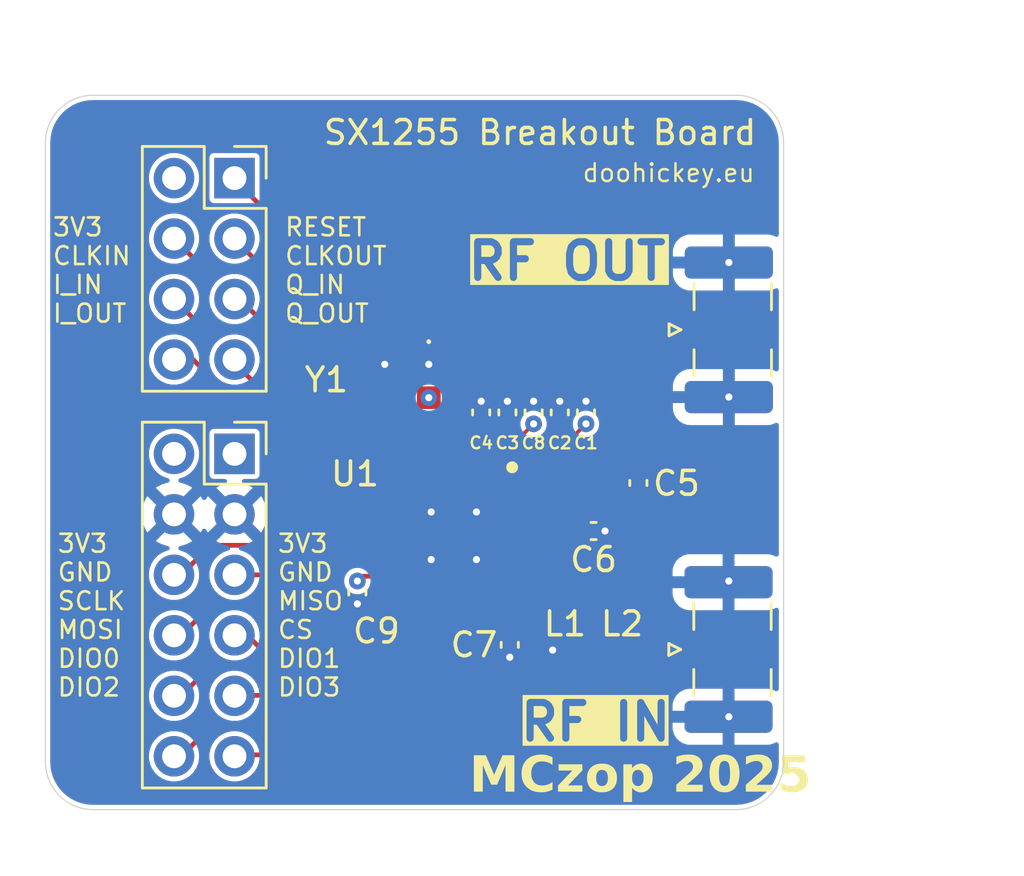
<source format=kicad_pcb>
(kicad_pcb (version 20241229) (generator "pcbnew") (generator_version "9.0")
  (layers (0 "F.Cu" signal) (4 "In1.Cu" signal) (6 "In2.Cu" signal) (8 "In3.Cu" signal) (10 "In4.Cu" signal) (2 "B.Cu" signal) (13 "F.Paste" user) (15 "B.Paste" user) (5 "F.SilkS" user "F.Silkscreen") (7 "B.SilkS" user "B.Silkscreen") (1 "F.Mask" user) (3 "B.Mask" user) (25 "Edge.Cuts" user))
  (net 0 "")
  (net 1 "Net-(U1-RFO_N)")
  (net 2 "Net-(J2-In)")
  (net 3 "/CLK_OUT")
  (net 4 "/I_OUT")
  (net 5 "Net-(U1-RFO_P)")
  (net 6 "Net-(U1-VR_DIG)")
  (net 7 "/SCLK")
  (net 9 "/CLK_IN")
  (net 10 "+3V3")
  (net 11 "/Q_IN")
  (net 12 "Net-(U1-VR_ANA2)")
  (net 13 "GND")
  (net 14 "/CS")
  (net 15 "/DIO1")
  (net 16 "/MOSI")
  (net 17 "/Q_OUT")
  (net 18 "/DIO0")
  (net 19 "/RESET")
  (net 20 "/DIO3")
  (net 21 "/MISO")
  (net 22 "Net-(U1-VR_ANAI)")
  (net 23 "Net-(U1-VR_PA)")
  (net 24 "/I_IN")
  (net 25 "/DIO2")
  (net 26 "/XO")
  (net 27 "Net-(J1-In)")
  (net 28 "Net-(U1-RFI)")
  (footprint "Connector_Coaxial:SMA_Samtec_SMA-J-P-H-ST-EM1_EdgeMount" (layer "F.Cu") (at 197.9375 103.275)
    (property "Reference" "J2" (hide yes))
    (property "Value" "SMA RF IN")
    (fp_line (start -2.76 -0.25) (end -2.76 0.25) (stroke (width 0.12)) (layer "F.SilkS"))
    (fp_line (start -2.76 0.25) (end -2.26 0) (stroke (width 0.12)) (layer "F.SilkS"))
    (fp_line (start -2.26 0) (end -2.76 -0.25) (stroke (width 0.12)) (layer "F.SilkS"))
    (fp_line (start -1.71 -0.84) (end -1.71 -1.95) (stroke (width 0.12)) (layer "F.SilkS"))
    (fp_line (start -1.71 1.95) (end -1.71 0.84) (stroke (width 0.12)) (layer "F.SilkS"))
    (fp_line (start 1.54 -0.84) (end 1.54 -1.95) (stroke (width 0.12)) (layer "F.SilkS"))
    (fp_line (start 1.54 1.95) (end 1.54 0.84) (stroke (width 0.12)) (layer "F.SilkS"))
    (pad "1" smd roundrect (at 0 0 90) (size 1.27 3.2) (layers "F.Cu" "F.Mask") (roundrect_rratio 0.1968503937) (net 2 "Net-(J2-In)"))
    (pad "2" smd roundrect (at -0.25 -2.825 90) (size 1.35 3.7) (layers "F.Cu" "F.Mask") (roundrect_rratio 0.1851851852) (net 13 "GND"))
    (pad "2" smd roundrect (at -0.25 -2.825 90) (size 1.35 3.7) (layers "B.Cu" "B.Mask") (roundrect_rratio 0.1851851852) (net 13 "GND"))
    (pad "2" smd roundrect (at -0.25 2.825 90) (size 1.35 3.7) (layers "F.Cu" "F.Mask") (roundrect_rratio 0.1851851852) (net 13 "GND"))
    (pad "2" smd roundrect (at -0.25 2.825 90) (size 1.35 3.7) (layers "B.Cu" "B.Mask") (roundrect_rratio 0.1851851852) (net 13 "GND"))
  )
  (footprint "Capacitor_SMD:C_0402_1005Metric" (layer "F.Cu") (at 190.6 93.32 -90)
    (property "Reference" "C2" (hide yes))
    (property "Value" "100n")
    (fp_line (start -0.107836 0.36) (end 0.107836 0.36) (stroke (width 0.12)) (layer "F.SilkS"))
    (fp_line (start -0.107836 -0.36) (end 0.107836 -0.36) (stroke (width 0.12)) (layer "F.SilkS"))
    (pad "1" smd roundrect (at -0.48 0 270) (size 0.56 0.62) (layers "F.Cu" "F.Mask" "F.Paste") (net 13 "GND"))
    (pad "2" smd roundrect (at 0.48 0 270) (size 0.56 0.62) (layers "F.Cu" "F.Mask" "F.Paste") (net 23 "Net-(U1-VR_PA)"))
  )
  (footprint "Capacitor_SMD:C_0402_1005Metric" (layer "F.Cu") (at 193.9 96.28 90)
    (property "Reference" "C5" (at -0.02 1.6 180) (layer "F.SilkS"))
    (property "Value" "33p")
    (fp_line (start -0.107836 -0.36) (end 0.107836 -0.36) (stroke (width 0.12)) (layer "F.SilkS"))
    (fp_line (start -0.107836 0.36) (end 0.107836 0.36) (stroke (width 0.12)) (layer "F.SilkS"))
    (pad "1" smd roundrect (at -0.48 0 90) (size 0.56 0.62) (layers "F.Cu" "F.Mask" "F.Paste") (net 5 "Net-(U1-RFO_P)"))
    (pad "2" smd roundrect (at 0.48 0 90) (size 0.56 0.62) (layers "F.Cu" "F.Mask" "F.Paste") (net 27 "Net-(J1-In)"))
  )
  (footprint "Capacitor_SMD:C_0402_1005Metric" (layer "F.Cu") (at 182.1 100.88 90)
    (property "Reference" "C9" (at -1.62 0.8 180) (layer "F.SilkS"))
    (property "Value" "100n")
    (fp_line (start -0.107836 -0.36) (end 0.107836 -0.36) (stroke (width 0.12)) (layer "F.SilkS"))
    (fp_line (start -0.107836 0.36) (end 0.107836 0.36) (stroke (width 0.12)) (layer "F.SilkS"))
    (pad "1" smd roundrect (at -0.48 0 90) (size 0.56 0.62) (layers "F.Cu" "F.Mask" "F.Paste") (net 13 "GND"))
    (pad "2" smd roundrect (at 0.48 0 90) (size 0.56 0.62) (layers "F.Cu" "F.Mask" "F.Paste") (net 10 "+3V3"))
  )
  (footprint "Capacitor_SMD:C_0402_1005Metric" (layer "F.Cu") (at 189.5 93.32 -90)
    (property "Reference" "C8" (hide yes))
    (property "Value" "100n")
    (fp_line (start -0.107836 0.36) (end 0.107836 0.36) (stroke (width 0.12)) (layer "F.SilkS"))
    (fp_line (start -0.107836 -0.36) (end 0.107836 -0.36) (stroke (width 0.12)) (layer "F.SilkS"))
    (pad "1" smd roundrect (at -0.48 0 270) (size 0.56 0.62) (layers "F.Cu" "F.Mask" "F.Paste") (net 13 "GND"))
    (pad "2" smd roundrect (at 0.48 0 270) (size 0.56 0.62) (layers "F.Cu" "F.Mask" "F.Paste") (net 10 "+3V3"))
  )
  (footprint "Capacitor_SMD:C_0402_1005Metric" (layer "F.Cu") (at 188.5 103.08 90)
    (property "Reference" "C7" (at 0 -1.5 180) (layer "F.SilkS"))
    (property "Value" "100n")
    (fp_line (start -0.107836 -0.36) (end 0.107836 -0.36) (stroke (width 0.12)) (layer "F.SilkS"))
    (fp_line (start -0.107836 0.36) (end 0.107836 0.36) (stroke (width 0.12)) (layer "F.SilkS"))
    (pad "1" smd roundrect (at -0.48 0 90) (size 0.56 0.62) (layers "F.Cu" "F.Mask" "F.Paste") (net 13 "GND"))
    (pad "2" smd roundrect (at 0.48 0 90) (size 0.56 0.62) (layers "F.Cu" "F.Mask" "F.Paste") (net 12 "Net-(U1-VR_ANA2)"))
  )
  (footprint "SamacSys_Parts:QFN50P500X500X80-33N-D" (layer "F.Cu") (at 186.1 98.5 -90)
    (property "Reference" "U1" (at -2.6 4.1 180) (layer "F.SilkS"))
    (property "Value" "SX1255IWLTRT" (hide yes))
    (fp_circle (center -2.875 -2.5) (end -2.875 -2.375) (stroke (width 0.25)) (fill no) (layer "F.SilkS"))
    (pad "1" smd rect (at -2.45 -1.75) (size 0.3 0.85) (layers "F.Cu" "F.Mask" "F.Paste") (net 23 "Net-(U1-VR_PA)"))
    (pad "2" smd rect (at -2.45 -1.25) (size 0.3 0.85) (layers "F.Cu" "F.Mask" "F.Paste") (net 10 "+3V3"))
    (pad "3" smd rect (at -2.45 -0.75) (size 0.3 0.85) (layers "F.Cu" "F.Mask" "F.Paste") (net 22 "Net-(U1-VR_ANAI)"))
    (pad "4" smd rect (at -2.45 -0.25) (size 0.3 0.85) (layers "F.Cu" "F.Mask" "F.Paste") (net 13 "GND"))
    (pad "5" smd rect (at -2.45 0.25) (size 0.3 0.85) (layers "F.Cu" "F.Mask" "F.Paste") (net 6 "Net-(U1-VR_DIG)"))
    (pad "6" smd rect (at -2.45 0.75) (size 0.3 0.85) (layers "F.Cu" "F.Mask" "F.Paste"))
    (pad "7" smd rect (at -2.45 1.25) (size 0.3 0.85) (layers "F.Cu" "F.Mask" "F.Paste") (net 13 "GND"))
    (pad "8" smd rect (at -2.45 1.75) (size 0.3 0.85) (layers "F.Cu" "F.Mask" "F.Paste") (net 26 "/XO"))
    (pad "9" smd rect (at -1.75 2.45 270) (size 0.3 0.85) (layers "F.Cu" "F.Mask" "F.Paste") (net 19 "/RESET"))
    (pad "10" smd rect (at -1.25 2.45 270) (size 0.3 0.85) (layers "F.Cu" "F.Mask" "F.Paste") (net 3 "/CLK_OUT"))
    (pad "11" smd rect (at -0.75 2.45 270) (size 0.3 0.85) (layers "F.Cu" "F.Mask" "F.Paste") (net 9 "/CLK_IN"))
    (pad "12" smd rect (at -0.25 2.45 270) (size 0.3 0.85) (layers "F.Cu" "F.Mask" "F.Paste") (net 11 "/Q_IN"))
    (pad "13" smd rect (at 0.25 2.45 270) (size 0.3 0.85) (layers "F.Cu" "F.Mask" "F.Paste") (net 24 "/I_IN"))
    (pad "14" smd rect (at 0.75 2.45 270) (size 0.3 0.85) (layers "F.Cu" "F.Mask" "F.Paste") (net 17 "/Q_OUT"))
    (pad "15" smd rect (at 1.25 2.45 270) (size 0.3 0.85) (layers "F.Cu" "F.Mask" "F.Paste") (net 4 "/I_OUT"))
    (pad "16" smd rect (at 1.75 2.45 270) (size 0.3 0.85) (layers "F.Cu" "F.Mask" "F.Paste") (net 10 "+3V3"))
    (pad "17" smd rect (at 2.45 1.75) (size 0.3 0.85) (layers "F.Cu" "F.Mask" "F.Paste") (net 7 "/SCLK"))
    (pad "18" smd rect (at 2.45 1.25) (size 0.3 0.85) (layers "F.Cu" "F.Mask" "F.Paste") (net 21 "/MISO"))
    (pad "19" smd rect (at 2.45 0.75) (size 0.3 0.85) (layers "F.Cu" "F.Mask" "F.Paste") (net 16 "/MOSI"))
    (pad "20" smd rect (at 2.45 0.25) (size 0.3 0.85) (layers "F.Cu" "F.Mask" "F.Paste") (net 14 "/CS"))
    (pad "21" smd rect (at 2.45 -0.25) (size 0.3 0.85) (layers "F.Cu" "F.Mask" "F.Paste") (net 18 "/DIO0"))
    (pad "22" smd rect (at 2.45 -0.75) (size 0.3 0.85) (layers "F.Cu" "F.Mask" "F.Paste") (net 15 "/DIO1"))
    (pad "23" smd rect (at 2.45 -1.25) (size 0.3 0.85) (layers "F.Cu" "F.Mask" "F.Paste") (net 25 "/DIO2"))
    (pad "24" smd rect (at 2.45 -1.75) (size 0.3 0.85) (layers "F.Cu" "F.Mask" "F.Paste") (net 20 "/DIO3"))
    (pad "25" smd rect (at 1.75 -2.45 270) (size 0.3 0.85) (layers "F.Cu" "F.Mask" "F.Paste") (net 12 "Net-(U1-VR_ANA2)"))
    (pad "26" smd rect (at 1.25 -2.45 270) (size 0.3 0.85) (layers "F.Cu" "F.Mask" "F.Paste") (net 13 "GND"))
    (pad "27" smd rect (at 0.75 -2.45 270) (size 0.3 0.85) (layers "F.Cu" "F.Mask" "F.Paste") (net 28 "Net-(U1-RFI)"))
    (pad "28" smd rect (at 0.25 -2.45 270) (size 0.3 0.85) (layers "F.Cu" "F.Mask" "F.Paste") (net 13 "GND"))
    (pad "29" smd rect (at -0.25 -2.45 270) (size 0.3 0.85) (layers "F.Cu" "F.Mask" "F.Paste") (net 1 "Net-(U1-RFO_N)"))
    (pad "30" smd rect (at -0.75 -2.45 270) (size 0.3 0.85) (layers "F.Cu" "F.Mask" "F.Paste") (net 5 "Net-(U1-RFO_P)"))
    (pad "31" smd rect (at -1.25 -2.45 270) (size 0.3 0.85) (layers "F.Cu" "F.Mask" "F.Paste") (net 13 "GND"))
    (pad "32" smd rect (at -1.75 -2.45 270) (size 0.3 0.85) (layers "F.Cu" "F.Mask" "F.Paste") (net 10 "+3V3"))
    (pad "33" smd rect (at 0 0 270) (size 3.2 3.2) (layers "F.Cu" "F.Mask" "F.Paste") (net 13 "GND"))
  )
  (footprint "Connector_PinSocket_2.54mm:PinSocket_2x04_P2.54mm_Vertical" (layer "F.Cu") (at 176.94 83.48)
    (property "Reference" "J4" (hide yes))
    (property "Value" "Conn_02x04_Odd_Even")
    (fp_line (start -3.87 -1.33) (end -3.87 8.95) (stroke (width 0.12)) (layer "F.SilkS"))
    (fp_line (start -3.87 -1.33) (end -1.27 -1.33) (stroke (width 0.12)) (layer "F.SilkS"))
    (fp_line (start -3.87 8.95) (end 1.33 8.95) (stroke (width 0.12)) (layer "F.SilkS"))
    (fp_line (start -1.27 -1.33) (end -1.27 1.27) (stroke (width 0.12)) (layer "F.SilkS"))
    (fp_line (start -1.27 1.27) (end 1.33 1.27) (stroke (width 0.12)) (layer "F.SilkS"))
    (fp_line (start 0 -1.33) (end 1.33 -1.33) (stroke (width 0.12)) (layer "F.SilkS"))
    (fp_line (start 1.33 -1.33) (end 1.33 0) (stroke (width 0.12)) (layer "F.SilkS"))
    (fp_line (start 1.33 1.27) (end 1.33 8.95) (stroke (width 0.12)) (layer "F.SilkS"))
    (pad "1" thru_hole rect (at 0 0) (size 1.7 1.7) (drill 1) (layers "*.Cu" "*.Mask") (net 19 "/RESET"))
    (pad "2" thru_hole circle (at -2.54 0) (size 1.7 1.7) (drill 1) (layers "*.Cu" "*.Mask") (net 10 "+3V3"))
    (pad "3" thru_hole circle (at 0 2.54) (size 1.7 1.7) (drill 1) (layers "*.Cu" "*.Mask") (net 3 "/CLK_OUT"))
    (pad "4" thru_hole circle (at -2.54 2.54) (size 1.7 1.7) (drill 1) (layers "*.Cu" "*.Mask") (net 9 "/CLK_IN"))
    (pad "5" thru_hole circle (at 0 5.08) (size 1.7 1.7) (drill 1) (layers "*.Cu" "*.Mask") (net 11 "/Q_IN"))
    (pad "6" thru_hole circle (at -2.54 5.08) (size 1.7 1.7) (drill 1) (layers "*.Cu" "*.Mask") (net 24 "/I_IN"))
    (pad "7" thru_hole circle (at 0 7.62) (size 1.7 1.7) (drill 1) (layers "*.Cu" "*.Mask") (net 17 "/Q_OUT"))
    (pad "8" thru_hole circle (at -2.54 7.62) (size 1.7 1.7) (drill 1) (layers "*.Cu" "*.Mask") (net 4 "/I_OUT"))
  )
  (footprint "Connector_PinSocket_2.54mm:PinSocket_2x06_P2.54mm_Vertical" (layer "F.Cu") (at 176.94 95.06)
    (property "Reference" "J3" (hide yes))
    (property "Value" "Control")
    (fp_line (start -3.87 -1.33) (end -3.87 14.03) (stroke (width 0.12)) (layer "F.SilkS"))
    (fp_line (start -3.87 -1.33) (end -1.27 -1.33) (stroke (width 0.12)) (layer "F.SilkS"))
    (fp_line (start -3.87 14.03) (end 1.33 14.03) (stroke (width 0.12)) (layer "F.SilkS"))
    (fp_line (start -1.27 -1.33) (end -1.27 1.27) (stroke (width 0.12)) (layer "F.SilkS"))
    (fp_line (start -1.27 1.27) (end 1.33 1.27) (stroke (width 0.12)) (layer "F.SilkS"))
    (fp_line (start 0 -1.33) (end 1.33 -1.33) (stroke (width 0.12)) (layer "F.SilkS"))
    (fp_line (start 1.33 -1.33) (end 1.33 0) (stroke (width 0.12)) (layer "F.SilkS"))
    (fp_line (start 1.33 1.27) (end 1.33 14.03) (stroke (width 0.12)) (layer "F.SilkS"))
    (pad "1" thru_hole rect (at 0 0) (size 1.7 1.7) (drill 1) (layers "*.Cu" "*.Mask") (net 10 "+3V3"))
    (pad "2" thru_hole circle (at -2.54 0) (size 1.7 1.7) (drill 1) (layers "*.Cu" "*.Mask") (net 10 "+3V3"))
    (pad "3" thru_hole circle (at 0 2.54) (size 1.7 1.7) (drill 1) (layers "*.Cu" "*.Mask") (net 13 "GND"))
    (pad "4" thru_hole circle (at -2.54 2.54) (size 1.7 1.7) (drill 1) (layers "*.Cu" "*.Mask") (net 13 "GND"))
    (pad "5" thru_hole circle (at 0 5.08) (size 1.7 1.7) (drill 1) (layers "*.Cu" "*.Mask") (net 21 "/MISO"))
    (pad "6" thru_hole circle (at -2.54 5.08) (size 1.7 1.7) (drill 1) (layers "*.Cu" "*.Mask") (net 7 "/SCLK"))
    (pad "7" thru_hole circle (at 0 7.62) (size 1.7 1.7) (drill 1) (layers "*.Cu" "*.Mask") (net 14 "/CS"))
    (pad "8" thru_hole circle (at -2.54 7.62) (size 1.7 1.7) (drill 1) (layers "*.Cu" "*.Mask") (net 16 "/MOSI"))
    (pad "9" thru_hole circle (at 0 10.16) (size 1.7 1.7) (drill 1) (layers "*.Cu" "*.Mask") (net 15 "/DIO1"))
    (pad "10" thru_hole circle (at -2.54 10.16) (size 1.7 1.7) (drill 1) (layers "*.Cu" "*.Mask") (net 18 "/DIO0"))
    (pad "11" thru_hole circle (at 0 12.7) (size 1.7 1.7) (drill 1) (layers "*.Cu" "*.Mask") (net 20 "/DIO3"))
    (pad "12" thru_hole circle (at -2.54 12.7) (size 1.7 1.7) (drill 1) (layers "*.Cu" "*.Mask") (net 25 "/DIO2"))
  )
  (footprint "SamacSys_Parts:ATX12F32000MHZF05T" (layer "F.Cu") (at 184.175 92 180)
    (property "Reference" "Y1" (at 3.375 0.05 0) (layer "F.SilkS"))
    (property "Value" "ATX-12-F-32.000MHZ-F05-T" (hide yes))
    (fp_line (start -0.925 1.7) (end -0.925 1.7) (stroke (width 0.1)) (layer "F.SilkS"))
    (fp_line (start -0.925 1.6) (end -0.925 1.6) (stroke (width 0.1)) (layer "F.SilkS"))
    (fp_arc (start -0.925 1.7) (mid -0.975 1.65) (end -0.925 1.6) (stroke (width 0.1)) (layer "F.SilkS"))
    (fp_arc (start -0.925 1.6) (mid -0.875 1.65) (end -0.925 1.7) (stroke (width 0.1)) (layer "F.SilkS"))
    (pad "1" smd rect (at -0.925 0.7 270) (size 0.95 1) (layers "F.Cu" "F.Mask" "F.Paste") (net 13 "GND"))
    (pad "2" smd rect (at 0.925 0.7 270) (size 0.95 1) (layers "F.Cu" "F.Mask" "F.Paste") (net 13 "GND"))
    (pad "3" smd rect (at 0.925 -0.7 270) (size 0.95 1) (layers "F.Cu" "F.Mask" "F.Paste") (net 26 "/XO"))
    (pad "4" smd rect (at -0.925 -0.7 270) (size 0.95 1) (layers "F.Cu" "F.Mask" "F.Paste") (net 10 "+3V3"))
  )
  (footprint "Capacitor_SMD:C_0402_1005Metric" (layer "F.Cu") (at 191.7 93.32 -90)
    (property "Reference" "C1" (hide yes))
    (property "Value" "100n")
    (fp_line (start -0.107836 0.36) (end 0.107836 0.36) (stroke (width 0.12)) (layer "F.SilkS"))
    (fp_line (start -0.107836 -0.36) (end 0.107836 -0.36) (stroke (width 0.12)) (layer "F.SilkS"))
    (pad "1" smd roundrect (at -0.48 0 270) (size 0.56 0.62) (layers "F.Cu" "F.Mask" "F.Paste") (net 13 "GND"))
    (pad "2" smd roundrect (at 0.48 0 270) (size 0.56 0.62) (layers "F.Cu" "F.Mask" "F.Paste") (net 10 "+3V3"))
  )
  (footprint "Capacitor_SMD:C_0402_1005Metric" (layer "F.Cu") (at 188.4 93.32 -90)
    (property "Reference" "C3" (hide yes))
    (property "Value" "100n")
    (fp_line (start -0.107836 0.36) (end 0.107836 0.36) (stroke (width 0.12)) (layer "F.SilkS"))
    (fp_line (start -0.107836 -0.36) (end 0.107836 -0.36) (stroke (width 0.12)) (layer "F.SilkS"))
    (pad "1" smd roundrect (at -0.48 0 270) (size 0.56 0.62) (layers "F.Cu" "F.Mask" "F.Paste") (net 13 "GND"))
    (pad "2" smd roundrect (at 0.48 0 270) (size 0.56 0.62) (layers "F.Cu" "F.Mask" "F.Paste") (net 22 "Net-(U1-VR_ANAI)"))
  )
  (footprint "Capacitor_SMD:C_0402_1005Metric" (layer "F.Cu") (at 187.3 93.32 -90)
    (property "Reference" "C4" (hide yes))
    (property "Value" "100n")
    (fp_line (start -0.107836 0.36) (end 0.107836 0.36) (stroke (width 0.12)) (layer "F.SilkS"))
    (fp_line (start -0.107836 -0.36) (end 0.107836 -0.36) (stroke (width 0.12)) (layer "F.SilkS"))
    (pad "1" smd roundrect (at -0.48 0 270) (size 0.56 0.62) (layers "F.Cu" "F.Mask" "F.Paste") (net 13 "GND"))
    (pad "2" smd roundrect (at 0.48 0 270) (size 0.56 0.62) (layers "F.Cu" "F.Mask" "F.Paste") (net 6 "Net-(U1-VR_DIG)"))
  )
  (footprint "Connector_Coaxial:SMA_Samtec_SMA-J-P-H-ST-EM1_EdgeMount" (layer "F.Cu") (at 197.95 89.85)
    (property "Reference" "J1" (hide yes))
    (property "Value" "SMA RF OUT")
    (fp_line (start -2.76 -0.25) (end -2.76 0.25) (stroke (width 0.12)) (layer "F.SilkS"))
    (fp_line (start -2.76 0.25) (end -2.26 0) (stroke (width 0.12)) (layer "F.SilkS"))
    (fp_line (start -2.26 0) (end -2.76 -0.25) (stroke (width 0.12)) (layer "F.SilkS"))
    (fp_line (start -1.71 -0.84) (end -1.71 -1.95) (stroke (width 0.12)) (layer "F.SilkS"))
    (fp_line (start -1.71 1.95) (end -1.71 0.84) (stroke (width 0.12)) (layer "F.SilkS"))
    (fp_line (start 1.54 -0.84) (end 1.54 -1.95) (stroke (width 0.12)) (layer "F.SilkS"))
    (fp_line (start 1.54 1.95) (end 1.54 0.84) (stroke (width 0.12)) (layer "F.SilkS"))
    (pad "1" smd roundrect (at 0 0 90) (size 1.27 3.2) (layers "F.Cu" "F.Mask") (roundrect_rratio 0.1968503937) (net 27 "Net-(J1-In)"))
    (pad "2" smd roundrect (at -0.25 -2.825 90) (size 1.35 3.7) (layers "F.Cu" "F.Mask") (roundrect_rratio 0.1851851852) (net 13 "GND"))
    (pad "2" smd roundrect (at -0.25 -2.825 90) (size 1.35 3.7) (layers "B.Cu" "B.Mask") (roundrect_rratio 0.1851851852) (net 13 "GND"))
    (pad "2" smd roundrect (at -0.25 2.825 90) (size 1.35 3.7) (layers "F.Cu" "F.Mask") (roundrect_rratio 0.1851851852) (net 13 "GND"))
    (pad "2" smd roundrect (at -0.25 2.825 90) (size 1.35 3.7) (layers "B.Cu" "B.Mask") (roundrect_rratio 0.1851851852) (net 13 "GND"))
  )
  (footprint "Inductor_SMD:L_0402_1005Metric" (layer "F.Cu") (at 193.215 103.3)
    (property "Reference" "L2" (at 0 -1.1 0) (layer "F.SilkS"))
    (property "Value" "39n")
    (pad "1" smd roundrect (at -0.485 0) (size 0.59 0.64) (layers "F.Cu" "F.Mask" "F.Paste") (net 28 "Net-(U1-RFI)"))
    (pad "2" smd roundrect (at 0.485 0) (size 0.59 0.64) (layers "F.Cu" "F.Mask" "F.Paste") (net 2 "Net-(J2-In)"))
  )
  (footprint "Capacitor_SMD:C_0402_1005Metric" (layer "F.Cu") (at 192.02 98.3 180)
    (property "Reference" "C6" (at 0 -1.2 0) (layer "F.SilkS"))
    (property "Value" "27p")
    (fp_line (start -0.107836 0.36) (end 0.107836 0.36) (stroke (width 0.12)) (layer "F.SilkS"))
    (fp_line (start -0.107836 -0.36) (end 0.107836 -0.36) (stroke (width 0.12)) (layer "F.SilkS"))
    (pad "1" smd roundrect (at -0.48 0 180) (size 0.56 0.62) (layers "F.Cu" "F.Mask" "F.Paste") (net 13 "GND"))
    (pad "2" smd roundrect (at 0.48 0 180) (size 0.56 0.62) (layers "F.Cu" "F.Mask" "F.Paste") (net 1 "Net-(U1-RFO_N)"))
  )
  (footprint "Inductor_SMD:L_0402_1005Metric" (layer "F.Cu") (at 190.815 103.3)
    (property "Reference" "L1" (at 0 -1.1 180) (layer "F.SilkS"))
    (property "Value" "82n")
    (pad "1" smd roundrect (at -0.485 0) (size 0.59 0.64) (layers "F.Cu" "F.Mask" "F.Paste") (net 13 "GND"))
    (pad "2" smd roundrect (at 0.485 0) (size 0.59 0.64) (layers "F.Cu" "F.Mask" "F.Paste") (net 28 "Net-(U1-RFI)"))
  )
  (gr_line (start 198 110) (end 171 110) (stroke (width 0.05)) (layer "Edge.Cuts"))
  (gr_arc (start 198 80) (mid 199.414214 80.585786) (end 200 82) (stroke (width 0.05)) (layer "Edge.Cuts"))
  (gr_line (start 200 82) (end 200 108) (stroke (width 0.05)) (layer "Edge.Cuts"))
  (gr_arc (start 171 110) (mid 169.585786 109.414214) (end 169 108) (stroke (width 0.05)) (layer "Edge.Cuts"))
  (gr_arc (start 169 82) (mid 169.585786 80.585786) (end 171 80) (stroke (width 0.05)) (layer "Edge.Cuts"))
  (gr_line (start 169 108) (end 169 82) (stroke (width 0.05)) (layer "Edge.Cuts"))
  (gr_arc (start 200 108) (mid 199.414214 109.414214) (end 198 110) (stroke (width 0.05)) (layer "Edge.Cuts"))
  (gr_line (start 171 80) (end 198 80) (stroke (width 0.05)) (layer "Edge.Cuts"))
  (gr_text "C3" (at 188.4 94.6 0) (layer "F.SilkS") (effects (font (size 0.5 0.5) (thickness 0.1) (bold yes))))
  (gr_text "C8" (at 189.5 94.6 0) (layer "F.SilkS") (effects (font (size 0.5 0.5) (thickness 0.1) (bold yes))))
  (gr_text "C4" (at 187.3 94.6 0) (layer "F.SilkS") (effects (font (size 0.5 0.5) (thickness 0.1) (bold yes))))
  (gr_text "RF OUT\n" (at 186.6 87.85 0) (layer "F.SilkS" knockout) (effects (font (size 1.5 1.5) (thickness 0.3) (bold yes)) (justify left bottom)))
  (gr_text "MCzop 2025" (at 186.8 109.5 0) (layer "F.SilkS") (effects (font (size 1.5 1.5) (thickness 0.3) (bold yes)) (justify left bottom)))
  (gr_text "C2" (at 190.6 94.6 0) (layer "F.SilkS") (effects (font (size 0.5 0.5) (thickness 0.1) (bold yes))))
  (gr_text "3V3\nGND\nSCLK\nMOSI\nDIO0\nDIO2" (at 169.45 105.3 0) (layer "F.SilkS") (effects (font (size 0.75 0.75) (thickness 0.11)) (justify left bottom)))
  (gr_text "SX1255 Breakout Board" (at 180.6 82.15 0) (layer "F.SilkS") (effects (font (size 1 1)) (justify left bottom)))
  (gr_text "C1" (at 191.7 94.6 0) (layer "F.SilkS") (effects (font (size 0.5 0.5) (thickness 0.1) (bold yes))))
  (gr_text "RESET\nCLKOUT\nQ_IN\nQ_OUT" (at 179 89.6 0) (layer "F.SilkS") (effects (font (size 0.75 0.75) (thickness 0.11)) (justify left bottom)))
  (gr_text "3V3\nCLKIN\nI_IN\nI_OUT" (at 169.25 89.6 0) (layer "F.SilkS") (effects (font (size 0.75 0.75) (thickness 0.11)) (justify left bottom)))
  (gr_text "doohickey.eu" (at 191.5 83.7 0) (layer "F.SilkS") (effects (font (size 0.75 0.75) (thickness 0.1)) (justify left bottom)))
  (gr_text "3V3\nGND\nMISO\nCS\nDIO1\nDIO3" (at 178.7 105.3 0) (layer "F.SilkS") (effects (font (size 0.75 0.75) (thickness 0.11)) (justify left bottom)))
  (gr_text "RF IN" (at 188.8 107.2 0) (layer "F.SilkS" knockout) (effects (font (size 1.5 1.5) (thickness 0.3) (bold yes)) (justify left bottom)))
  (segment (start 191.49 98.25) (end 191.54 98.3) (width 0.1565) (layer "F.Cu") (net 1))
  (segment (start 188.55 98.25) (end 191.49 98.25) (width 0.1565) (layer "F.Cu") (net 1))
  (segment (start 188.6 98.2) (end 188.55 98.25) (width 0.1565) (layer "F.Cu") (net 1))
  (segment (start 197.9125 103.3) (end 197.9375 103.275) (width 0.1565) (layer "F.Cu") (net 2))
  (segment (start 193.7 103.3) (end 197.9125 103.3) (width 0.1565) (layer "F.Cu") (net 2))
  (segment (start 176.94 86.04) (end 176.94 86.02) (width 0.2) (layer "F.Cu") (net 3))
  (segment (start 183.1072 97.25) (end 181.8 95.9428) (width 0.2) (layer "F.Cu") (net 3))
  (segment (start 181.8 95.9428) (end 181.8 90.9) (width 0.2) (layer "F.Cu") (net 3))
  (segment (start 183.65 97.25) (end 183.1072 97.25) (width 0.2) (layer "F.Cu") (net 3))
  (segment (start 181.8 90.9) (end 176.94 86.04) (width 0.2) (layer "F.Cu") (net 3))
  (segment (start 179.7 95.6) (end 175.2 91.1) (width 0.2) (layer "F.Cu") (net 4))
  (segment (start 183.65 99.75) (end 182.75 99.75) (width 0.2) (layer "F.Cu") (net 4))
  (segment (start 182.75 99.75) (end 179.7 96.7) (width 0.2) (layer "F.Cu") (net 4))
  (segment (start 179.7 96.7) (end 179.7 95.6) (width 0.2) (layer "F.Cu") (net 4))
  (segment (start 175.2 91.1) (end 174.4 91.1) (width 0.2) (layer "F.Cu") (net 4))
  (segment (start 188.55 97.75) (end 190.210001 97.75) (width 0.1565) (layer "F.Cu") (net 5))
  (segment (start 191.199995 96.76) (end 193.9 96.76) (width 0.1565) (layer "F.Cu") (net 5))
  (arc (start 190.7 97.26) (mid 190.846445 96.906445) (end 191.199995 96.76) (width 0.1565) (layer "F.Cu") (net 5))
  (arc (start 190.210001 97.75) (mid 190.556483 97.606483) (end 190.7 97.26) (width 0.1565) (layer "F.Cu") (net 5))
  (segment (start 185.85 96.05) (end 185.85 95.25) (width 0.1565) (layer "F.Cu") (net 6))
  (segment (start 185.85 95.25) (end 187.3 93.8) (width 0.1565) (layer "F.Cu") (net 6))
  (segment (start 184.35 100.95) (end 184.35 101.48408) (width 0.2) (layer "F.Cu") (net 7))
  (segment (start 175.94 98.9) (end 174.7 100.14) (width 0.2) (layer "F.Cu") (net 7))
  (segment (start 174.7 100.14) (end 174.4 100.14) (width 0.2) (layer "F.Cu") (net 7))
  (segment (start 183.37908 102.455) (end 181.155 102.455) (width 0.2) (layer "F.Cu") (net 7))
  (segment (start 177.6 98.9) (end 175.94 98.9) (width 0.2) (layer "F.Cu") (net 7))
  (segment (start 181.155 102.455) (end 177.6 98.9) (width 0.2) (layer "F.Cu") (net 7))
  (arc (start 183.37908 102.455) (mid 184.065624 102.170624) (end 184.35 101.48408) (width 0.2) (layer "F.Cu") (net 7))
  (segment (start 183.0401 97.75) (end 181.4 96.1099) (width 0.2) (layer "F.Cu") (net 9))
  (segment (start 175.78 87.4) (end 174.4 86.02) (width 0.2) (layer "F.Cu") (net 9))
  (segment (start 181.4 96.1099) (end 181.4 91.3) (width 0.2) (layer "F.Cu") (net 9))
  (segment (start 183.65 97.75) (end 183.0401 97.75) (width 0.2) (layer "F.Cu") (net 9))
  (segment (start 181.4 91.3) (end 177.5 87.4) (width 0.2) (layer "F.Cu") (net 9))
  (segment (start 177.5 87.4) (end 175.78 87.4) (width 0.2) (layer "F.Cu") (net 9))
  (segment (start 188.75 96.75) (end 191.7 93.8) (width 0.1565) (layer "F.Cu") (net 10))
  (segment (start 187.35 96.05) (end 187.35 95.45) (width 0.1565) (layer "F.Cu") (net 10))
  (segment (start 182.16 100.4) (end 182.36 100.2) (width 0.2) (layer "F.Cu") (net 10))
  (segment (start 182.36 100.2) (end 183.6 100.2) (width 0.2) (layer "F.Cu") (net 10))
  (segment (start 188 94.8) (end 188.5 94.8) (width 0.1565) (layer "F.Cu") (net 10))
  (segment (start 188.55 96.75) (end 188.75 96.75) (width 0.1565) (layer "F.Cu") (net 10))
  (segment (start 187.35 95.45) (end 188 94.8) (width 0.1565) (layer "F.Cu") (net 10))
  (segment (start 188.5 94.8) (end 189.5 93.8) (width 0.1565) (layer "F.Cu") (net 10))
  (segment (start 183.6 100.2) (end 183.65 100.25) (width 0.2) (layer "F.Cu") (net 10))
  (via (at 189.5 93.8) (size 0.7) (drill 0.3) (layers "F.Cu" "B.Cu") (net 10))
  (via (at 182.1 100.4) (size 0.7) (drill 0.3) (layers "F.Cu" "B.Cu") (net 10))
  (via (at 191.7 93.8) (size 0.7) (drill 0.3) (layers "F.Cu" "B.Cu") (net 10))
  (via (at 185.1 92.7) (size 0.7) (drill 0.3) (layers "F.Cu" "B.Cu") (net 10))
  (segment (start 177.1 88.5) (end 177 88.5) (width 0.2) (layer "F.Cu") (net 11))
  (segment (start 181 96.277) (end 181 92.4) (width 0.2) (layer "F.Cu") (net 11))
  (segment (start 182.973 98.25) (end 181 96.277) (width 0.2) (layer "F.Cu") (net 11))
  (segment (start 183.65 98.25) (end 182.973 98.25) (width 0.2) (layer "F.Cu") (net 11))
  (segment (start 181 92.4) (end 177.1 88.5) (width 0.2) (layer "F.Cu") (net 11))
  (segment (start 177 88.5) (end 176.94 88.56) (width 0.2) (layer "F.Cu") (net 11))
  (segment (start 188.5 102.6) (end 188.5 100.3) (width 0.2) (layer "F.Cu") (net 12))
  (segment (start 188.5 100.3) (end 188.55 100.25) (width 0.2) (layer "F.Cu") (net 12))
  (via (at 187.1 97.5) (size 0.7) (drill 0.3) (layers "F.Cu" "B.Cu") (net 13))
  (via (at 185.1 91.3) (size 0.7) (drill 0.3) (layers "F.Cu" "B.Cu") (net 13))
  (via (at 191.7 92.85) (size 0.7) (drill 0.3) (layers "F.Cu" "B.Cu") (net 13))
  (via (at 197.7 100.4) (size 0.7) (drill 0.3) (layers "F.Cu" "B.Cu") (net 13))
  (via (at 183.25 91.3) (size 0.7) (drill 0.3) (layers "F.Cu" "B.Cu") (net 13))
  (via (at 190.6 92.85) (size 0.7) (drill 0.3) (layers "F.Cu" "B.Cu") (net 13))
  (via (at 188.4 92.85) (size 0.7) (drill 0.3) (layers "F.Cu" "B.Cu") (net 13))
  (via (at 185.2 97.5) (size 0.7) (drill 0.3) (layers "F.Cu" "B.Cu") (net 13))
  (via (at 188.5 103.6) (size 0.7) (drill 0.3) (layers "F.Cu" "B.Cu") (net 13))
  (via (at 187.3 92.85) (size 0.7) (drill 0.3) (layers "F.Cu" "B.Cu") (net 13))
  (via (at 187.1 99.5) (size 0.7) (drill 0.3) (layers "F.Cu" "B.Cu") (net 13))
  (via (at 189.5 92.85) (size 0.7) (drill 0.3) (layers "F.Cu" "B.Cu") (net 13))
  (via (at 197.7 87.025) (size 0.7) (drill 0.3) (layers "F.Cu" "B.Cu") (net 13))
  (via (at 197.7 106.1) (size 0.7) (drill 0.3) (layers "F.Cu" "B.Cu") (net 13))
  (via (at 190.3 103.3) (size 0.7) (drill 0.3) (layers "F.Cu" "B.Cu") (net 13))
  (via (at 192.5 98.3) (size 0.7) (drill 0.3) (layers "F.Cu" "B.Cu") (net 13))
  (via (at 197.7 92.675) (size 0.7) (drill 0.3) (layers "F.Cu" "B.Cu") (net 13))
  (via (at 182.1 101.36) (size 0.7) (drill 0.3) (layers "F.Cu" "B.Cu") (net 13))
  (via (at 185.2 99.5) (size 0.7) (drill 0.3) (layers "F.Cu" "B.Cu") (net 13))
  (segment (start 178.5 103.7) (end 177.48 102.68) (width 0.2) (layer "F.Cu") (net 14))
  (segment (start 183.647106 103.7) (end 178.5 103.7) (width 0.2) (layer "F.Cu") (net 14))
  (segment (start 177.48 102.68) (end 176.94 102.68) (width 0.2) (layer "F.Cu") (net 14))
  (segment (start 185.85 100.95) (end 185.85 101.497106) (width 0.2) (layer "F.Cu") (net 14))
  (arc (start 185.85 101.497106) (mid 185.204787 103.054787) (end 183.647106 103.7) (width 0.2) (layer "F.Cu") (net 14))
  (segment (start 176.96 105.2) (end 176.94 105.22) (width 0.2) (layer "F.Cu") (net 15))
  (segment (start 186.85 101.533833) (end 186.85 100.95) (width 0.2) (layer "F.Cu") (net 15))
  (segment (start 183.183833 105.2) (end 176.96 105.2) (width 0.2) (layer "F.Cu") (net 15))
  (arc (start 183.183833 105.2) (mid 185.776205 104.126205) (end 186.85 101.533833) (width 0.2) (layer "F.Cu") (net 15))
  (segment (start 178 101.4) (end 175.98 101.4) (width 0.2) (layer "F.Cu") (net 16))
  (segment (start 179.9 103.3) (end 178 101.4) (width 0.2) (layer "F.Cu") (net 16))
  (segment (start 185.35 101.519062) (end 185.35 100.95) (width 0.2) (layer "F.Cu") (net 16))
  (segment (start 175.98 101.4) (end 174.7 102.68) (width 0.2) (layer "F.Cu") (net 16))
  (segment (start 174.7 102.68) (end 174.4 102.68) (width 0.2) (layer "F.Cu") (net 16))
  (segment (start 183.569062 103.3) (end 179.9 103.3) (width 0.2) (layer "F.Cu") (net 16))
  (arc (start 183.569062 103.3) (mid 184.828375 102.778375) (end 185.35 101.519062) (width 0.2) (layer "F.Cu") (net 16))
  (segment (start 180.1 96.530475) (end 180.1 94.4) (width 0.2) (layer "F.Cu") (net 17))
  (segment (start 180.1 94.4) (end 176.99 91.29) (width 0.2) (layer "F.Cu") (net 17))
  (segment (start 176.99 91.29) (end 176.99 91.15) (width 0.2) (layer "F.Cu") (net 17))
  (segment (start 183.65 99.25) (end 182.819525 99.25) (width 0.2) (layer "F.Cu") (net 17))
  (segment (start 176.99 91.15) (end 176.94 91.1) (width 0.2) (layer "F.Cu") (net 17))
  (segment (start 182.819525 99.25) (end 180.1 96.530475) (width 0.2) (layer "F.Cu") (net 17))
  (segment (start 178 104.3) (end 177.7 104) (width 0.2) (layer "F.Cu") (net 18))
  (segment (start 177.7 104) (end 175.92 104) (width 0.2) (layer "F.Cu") (net 18))
  (segment (start 175.92 104) (end 174.7 105.22) (width 0.2) (layer "F.Cu") (net 18))
  (segment (start 186.35 100.95) (end 186.35 101.515715) (width 0.2) (layer "F.Cu") (net 18))
  (segment (start 183.565715 104.3) (end 178 104.3) (width 0.2) (layer "F.Cu") (net 18))
  (segment (start 174.7 105.22) (end 174.4 105.22) (width 0.2) (layer "F.Cu") (net 18))
  (arc (start 186.35 101.515715) (mid 185.534502 103.484502) (end 183.565715 104.3) (width 0.2) (layer "F.Cu") (net 18))
  (segment (start 182.2 95.3) (end 182.2 88.8) (width 0.2) (layer "F.Cu") (net 19))
  (segment (start 176.94 83.54) (end 176.94 83.48) (width 0.2) (layer "F.Cu") (net 19))
  (segment (start 183.65 96.75) (end 182.2 95.3) (width 0.2) (layer "F.Cu") (net 19))
  (segment (start 182.2 88.8) (end 176.94 83.54) (width 0.2) (layer "F.Cu") (net 19))
  (segment (start 181.639556 107.7) (end 177 107.7) (width 0.2) (layer "F.Cu") (net 20))
  (segment (start 187.85 101.489556) (end 187.85 100.95) (width 0.2) (layer "F.Cu") (net 20))
  (segment (start 176.94 107.76) (end 177 107.7) (width 0.2) (layer "F.Cu") (net 20))
  (arc (start 187.85 101.489556) (mid 186.031003 105.881003) (end 181.639556 107.7) (width 0.2) (layer "F.Cu") (net 20))
  (segment (start 180.9889 102.856) (end 178.2729 100.14) (width 0.2) (layer "F.Cu") (net 21))
  (segment (start 178.2729 100.14) (end 176.94 100.14) (width 0.2) (layer "F.Cu") (net 21))
  (segment (start 183.473675 102.856) (end 180.9889 102.856) (width 0.2) (layer "F.Cu") (net 21))
  (segment (start 184.85 100.95) (end 184.85 101.479675) (width 0.2) (layer "F.Cu") (net 21))
  (arc (start 183.473675 102.856) (mid 184.446884 102.452884) (end 184.85 101.479675) (width 0.2) (layer "F.Cu") (net 21))
  (segment (start 186.85 95.35) (end 188.4 93.8) (width 0.1565) (layer "F.Cu") (net 22))
  (segment (start 186.85 96.05) (end 186.85 95.35) (width 0.1565) (layer "F.Cu") (net 22))
  (segment (start 188.35 96.05) (end 190.6 93.8) (width 0.1565) (layer "F.Cu") (net 23))
  (segment (start 187.85 96.05) (end 188.35 96.05) (width 0.1565) (layer "F.Cu") (net 23))
  (segment (start 177.325 89.8) (end 180.55 93.025) (width 0.2) (layer "F.Cu") (net 24))
  (segment (start 180.55 93.025) (end 180.55 96.3941) (width 0.2) (layer "F.Cu") (net 24))
  (segment (start 180.55 96.3941) (end 182.9059 98.75) (width 0.2) (layer "F.Cu") (net 24))
  (segment (start 174.4 88.56) (end 175.64 89.8) (width 0.2) (layer "F.Cu") (net 24))
  (segment (start 175.64 89.8) (end 177.325 89.8) (width 0.2) (layer "F.Cu") (net 24))
  (segment (start 182.9059 98.75) (end 183.65 98.75) (width 0.2) (layer "F.Cu") (net 24))
  (segment (start 176.486537 106.6) (end 182.2857 106.6) (width 0.2) (layer "F.Cu") (net 25))
  (segment (start 187.35 101.5357) (end 187.35 100.95) (width 0.2) (layer "F.Cu") (net 25))
  (segment (start 175.416967 107.043031) (end 174.7 107.76) (width 0.2) (layer "F.Cu") (net 25))
  (segment (start 174.4 107.76) (end 174.7 107.76) (width 0.2) (layer "F.Cu") (net 25))
  (arc (start 187.35 101.5357) (mid 185.866701 105.116701) (end 182.2857 106.6) (width 0.2) (layer "F.Cu") (net 25))
  (arc (start 176.486537 106.6) (mid 175.90769 106.71514) (end 175.416967 107.043031) (width 0.2) (layer "F.Cu") (net 25))
  (segment (start 184.35 95.355471) (end 184.35 96.05) (width 0.1565) (layer "F.Cu") (net 26))
  (arc (start 183.25 92.7) (mid 184.064149 93.918403) (end 184.35 95.355471) (width 0.1565) (layer "F.Cu") (net 26))
  (segment (start 193.9 93.160494) (end 193.9 95.8) (width 0.1565) (layer "F.Cu") (net 27))
  (segment (start 197.95 89.85) (end 197.210494 89.85) (width 0.1565) (layer "F.Cu") (net 27))
  (arc (start 197.210494 89.85) (mid 194.869621 90.819621) (end 193.9 93.160494) (width 0.1565) (layer "F.Cu") (net 27))
  (segment (start 191.3 103.3) (end 192.73 103.3) (width 0.1565) (layer "F.Cu") (net 28))
  (segment (start 191.3 101.567503) (end 191.3 103.3) (width 0.1565) (layer "F.Cu") (net 28))
  (segment (start 188.55 99.25) (end 188.982497 99.25) (width 0.1565) (layer "F.Cu") (net 28))
  (arc (start 188.982497 99.25) (mid 190.621219 99.928781) (end 191.3 101.567503) (width 0.1565) (layer "F.Cu") (net 28))
  (zone (net 13) (net_name "GND") (layer "F.Cu") (priority 3) (connect_pads yes (clearance 0.2)) (min_thickness 0.2) (fill yes (thermal_gap 0.5) (thermal_bridge_width 0.5))
    (polygon (pts (xy 186.9 93.2) (xy 192.1 93.2) (xy 192.1 92.5) (xy 186.9 92.5)))
  )
  (zone (net 13) (net_name "GND") (layer "F.Cu") (priority 1) (connect_pads yes (clearance 0.2)) (min_thickness 0.2) (fill yes (thermal_gap 0.5) (thermal_bridge_width 0.5))
    (polygon (pts (xy 184.7 95.6) (xy 185 95.6) (xy 185 96.6) (xy 186.2 96.6) (xy 186.2 95.6) (xy 186.5 95.6) (xy 186.5 96.6) (xy 188 96.6) (xy 188 97.1) (xy 189 97.1) (xy 189 97.4) (xy 188 97.4) (xy 188 98.6) (xy 189 98.6) (xy 189 98.9) (xy 188 98.9) (xy 188 99.6) (xy 189 99.6) (xy 189 99.9) (xy 188 99.9) (xy 188 100.4) (xy 184.2 100.4) (xy 184.2 96.6) (xy 184.7 96.6)))
  )
  (zone (net 13) (net_name "GND") (layers "B.Cu" "In1.Cu" "In4.Cu") (connect_pads (clearance 0.2)) (min_thickness 0.2) (fill yes (thermal_gap 0.5) (thermal_bridge_width 0.5))
    (polygon (pts (xy 168.6 78.4) (xy 201.4 78.2) (xy 202.6 112) (xy 168.65 111.6)))
  )
)
</source>
